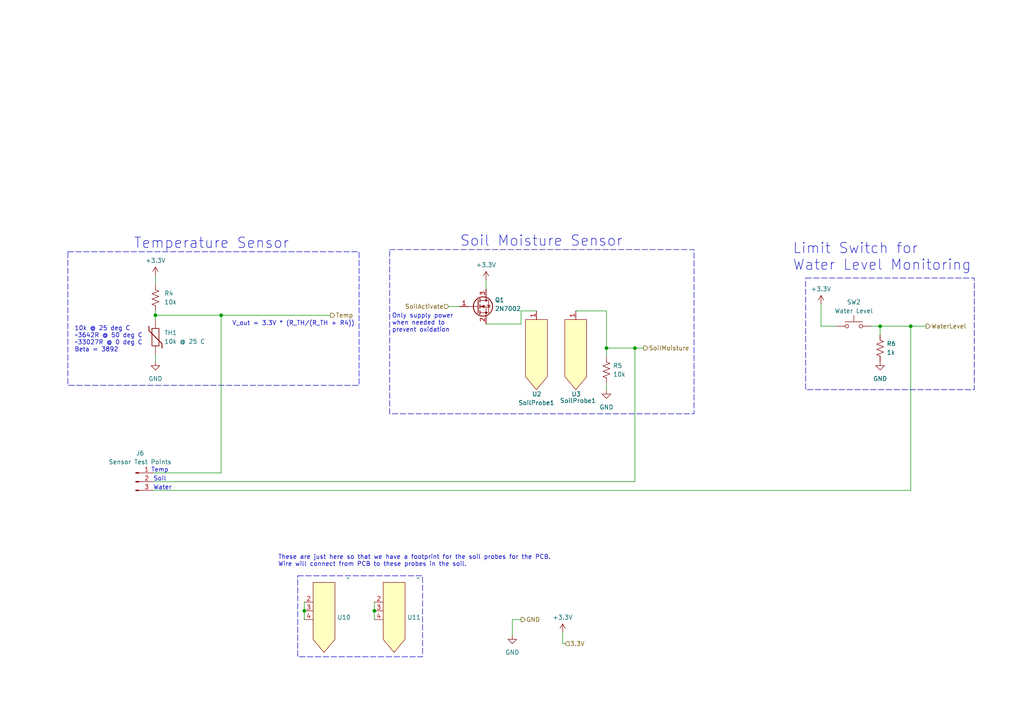
<source format=kicad_sch>
(kicad_sch (version 20230121) (generator eeschema)
  (paper "A4")
  (title_block (title "Smart Pot") (date "2023-10-29") (rev "0.1") (company "blame- satomm@stanford.edu") (comment 1 "Stanford, CA 94305-9505") (comment 2 "350 Jane Stanford Way") (comment 3 "Electrical Engineering Department") (comment 4 "EE 256 / Stanford University"))
  (lib_symbols
    (symbol "Connector:Conn_01x03_Pin" (pin_names (offset 1.016) hide)
      (property "Reference" "J" (at 0 5.08 0))
      (property "Value" "Conn_01x03_Pin" (at 0 -5.08 0))
      (symbol "Conn_01x03_Pin_1_1"
        (polyline (pts (xy 1.27 -2.54) (xy 0.8636 -2.54)) (stroke (width 0.1524)))
        (polyline (pts (xy 1.27 0) (xy 0.8636 0)) (stroke (width 0.1524)))
        (polyline (pts (xy 1.27 2.54) (xy 0.8636 2.54)) (stroke (width 0.1524)))
        (rectangle (start 0.8636 -2.413) (end 0 -2.667) (stroke (width 0.1524)) (fill (type outline)))
        (rectangle (start 0.8636 0.127) (end 0 -0.127) (stroke (width 0.1524)) (fill (type outline)))
        (rectangle (start 0.8636 2.667) (end 0 2.413) (stroke (width 0.1524)) (fill (type outline)))
        (pin passive line (at 5.08 2.54 180) (length 3.81) (name "Pin_1") (number "1"))
        (pin passive line (at 5.08 0 180) (length 3.81) (name "Pin_2") (number "2"))
        (pin passive line (at 5.08 -2.54 180) (length 3.81) (name "Pin_3") (number "3"))
      )
    )
    (symbol "Device:R_US" (pin_numbers hide) (pin_names (offset 0))
      (property "Reference" "R" (at 2.54 0 90))
      (property "Value" "R_US" (at -2.54 0 90))
      (symbol "R_US_0_1"
        (polyline (pts (xy 0 -2.286) (xy 0 -2.54)))
        (polyline (pts (xy 0 2.286) (xy 0 2.54)))
        (polyline (pts (xy 0 -0.762) (xy 1.016 -1.143) (xy 0 -1.524) (xy -1.016 -1.905) (xy 0 -2.286)))
        (polyline (pts (xy 0 0.762) (xy 1.016 0.381) (xy 0 0) (xy -1.016 -0.381) (xy 0 -0.762)))
        (polyline (pts (xy 0 2.286) (xy 1.016 1.905) (xy 0 1.524) (xy -1.016 1.143) (xy 0 0.762)))
      )
      (symbol "R_US_1_1"
        (pin passive line (at 0 3.81 270) (length 1.27) (name "~") (number "1"))
        (pin passive line (at 0 -3.81 90) (length 1.27) (name "~") (number "2"))
      )
    )
    (symbol "Device:Thermistor" (pin_numbers hide) (pin_names (offset 0))
      (property "Reference" "TH" (at 2.54 1.27 90))
      (property "Value" "Thermistor" (at -2.54 0 90))
      (symbol "Thermistor_0_1"
        (rectangle (start -1.016 2.54) (end 1.016 -2.54) (stroke (width 0.2032)))
        (polyline (pts (xy -1.905 3.175) (xy -1.905 1.905) (xy 1.905 -1.905) (xy 1.905 -3.175) (xy 1.905 -3.175)) (stroke (width 0.254)))
      )
      (symbol "Thermistor_1_1"
        (pin passive line (at 0 5.08 270) (length 2.54) (name "~") (number "1"))
        (pin passive line (at 0 -5.08 90) (length 2.54) (name "~") (number "2"))
      )
    )
    (symbol "Matts_Library:Soil_Moisture"
      (property "Reference" "U" (at -6.985 -22.86 0))
      (symbol "Soil_Moisture_1_1"
        (polyline (pts (xy -10.16 -1.27) (xy -3.81 -1.27) (xy -3.81 -17.78) (xy -6.985 -21.59) (xy -10.16 -17.78) (xy -10.16 -1.27)) (fill (type background)))
        (pin passive line (at -6.985 1.27 270) (length 2.54) (name "") (number "1"))
      )
    )
    (symbol "Matts_Library:Soil_Moisture2"
      (property "Reference" "U" (at -6.985 -22.86 0))
      (symbol "Soil_Moisture2_1_1"
        (polyline (pts (xy -10.16 -1.27) (xy -3.81 -1.27) (xy -3.81 -17.78) (xy -6.985 -21.59) (xy -10.16 -17.78) (xy -10.16 -1.27)) (fill (type background)))
        (pin passive line (at -12.7 -6.985 0) (length 2.54) (name "") (number "2"))
        (pin passive line (at -12.7 -9.525 0) (length 2.54) (name "") (number "3"))
        (pin passive line (at -12.7 -12.065 0) (length 2.54) (name "") (number "4"))
      )
    )
    (symbol "Switch:SW_Push" (pin_numbers hide) (pin_names (offset 1.016) hide)
      (property "Reference" "SW" (at 1.27 2.54 0))
      (property "Value" "SW_Push" (at 0 -1.524 0))
      (symbol "SW_Push_0_1"
        (circle (center -2.032 0) (radius 0.508))
        (polyline (pts (xy 0 1.27) (xy 0 3.048)))
        (polyline (pts (xy 2.54 1.27) (xy -2.54 1.27)))
        (circle (center 2.032 0) (radius 0.508))
        (pin passive line (at -5.08 0 0) (length 2.54) (name "1") (number "1"))
        (pin passive line (at 5.08 0 180) (length 2.54) (name "2") (number "2"))
      )
    )
    (symbol "Transistor_FET:2N7002" (pin_names hide)
      (property "Reference" "Q" (at 5.08 1.905 0))
      (property "Value" "2N7002" (at 5.08 0 0))
      (symbol "2N7002_0_1"
        (polyline (pts (xy 0.254 0) (xy -2.54 0)))
        (polyline (pts (xy 0.254 1.905) (xy 0.254 -1.905)) (stroke (width 0.254)))
        (polyline (pts (xy 0.762 -1.27) (xy 0.762 -2.286)) (stroke (width 0.254)))
        (polyline (pts (xy 0.762 0.508) (xy 0.762 -0.508)) (stroke (width 0.254)))
        (polyline (pts (xy 0.762 2.286) (xy 0.762 1.27)) (stroke (width 0.254)))
        (polyline (pts (xy 2.54 2.54) (xy 2.54 1.778)))
        (polyline (pts (xy 2.54 -2.54) (xy 2.54 0) (xy 0.762 0)))
        (polyline (pts (xy 0.762 -1.778) (xy 3.302 -1.778) (xy 3.302 1.778) (xy 0.762 1.778)))
        (polyline (pts (xy 1.016 0) (xy 2.032 0.381) (xy 2.032 -0.381) (xy 1.016 0)) (fill (type outline)))
        (polyline (pts (xy 2.794 0.508) (xy 2.921 0.381) (xy 3.683 0.381) (xy 3.81 0.254)))
        (polyline (pts (xy 3.302 0.381) (xy 2.921 -0.254) (xy 3.683 -0.254) (xy 3.302 0.381)))
        (circle (center 1.651 0) (radius 2.794) (stroke (width 0.254)))
        (circle (center 2.54 -1.778) (radius 0.254) (fill (type outline)))
        (circle (center 2.54 1.778) (radius 0.254) (fill (type outline)))
      )
      (symbol "2N7002_1_1"
        (pin input line (at -5.08 0 0) (length 2.54) (name "G") (number "1"))
        (pin passive line (at 2.54 -5.08 90) (length 2.54) (name "S") (number "2"))
        (pin passive line (at 2.54 5.08 270) (length 2.54) (name "D") (number "3"))
      )
    )
    (symbol "power:+3.3V" (power) (pin_names (offset 0))
      (property "Value" "+3.3V" (at 0 3.556 0))
      (symbol "+3.3V_0_1"
        (polyline (pts (xy -0.762 1.27) (xy 0 2.54)))
        (polyline (pts (xy 0 0) (xy 0 2.54)))
        (polyline (pts (xy 0 2.54) (xy 0.762 1.27)))
      )
      (symbol "+3.3V_1_1"
        (pin power_in line (at 0 0 90) (length 0) hide (name "+3.3V") (number "1"))
      )
    )
    (symbol "power:GND" (power) (pin_names (offset 0))
      (property "Value" "GND" (at 0 -3.81 0))
      (symbol "GND_0_1"
        (polyline (pts (xy 0 0) (xy 0 -1.27) (xy 1.27 -1.27) (xy 0 -2.54) (xy -1.27 -1.27) (xy 0 -1.27)))
      )
      (symbol "GND_1_1"
        (pin power_in line (at 0 0 270) (length 0) hide (name "GND") (number "1"))
      )
    )
  )
  (junction (at 264.16 94.615))
  (junction (at 184.15 100.965))
  (junction (at 108.585 177.165))
  (junction (at 88.265 177.165))
  (junction (at 45.085 91.44))
  (junction (at 175.895 100.965))
  (junction (at 64.135 91.44))
  (junction (at 255.27 94.615))
  (wire (pts (xy 163.195 186.69) (xy 163.83 186.69)))
  (wire (pts (xy 148.59 179.705) (xy 148.59 184.15)))
  (wire (pts (xy 140.97 81.28) (xy 140.97 83.82)))
  (wire (pts (xy 45.085 91.44) (xy 45.085 92.71)))
  (wire (pts (xy 45.085 102.87) (xy 45.085 104.775)))
  (wire (pts (xy 175.895 90.17) (xy 175.895 100.965)))
  (wire (pts (xy 238.125 88.265) (xy 238.125 94.615)))
  (wire (pts (xy 167.005 90.17) (xy 175.895 90.17)))
  (wire (pts (xy 130.175 88.9) (xy 133.35 88.9)))
  (wire (pts (xy 88.265 177.165) (xy 88.265 179.705)))
  (wire (pts (xy 44.45 137.16) (xy 64.135 137.16)))
  (wire (pts (xy 45.085 91.44) (xy 64.135 91.44)))
  (wire (pts (xy 44.45 139.7) (xy 184.15 139.7)))
  (wire (pts (xy 175.895 100.965) (xy 175.895 103.505)))
  (wire (pts (xy 175.895 111.125) (xy 175.895 113.03)))
  (wire (pts (xy 64.135 137.16) (xy 64.135 91.44)))
  (wire (pts (xy 163.195 183.515) (xy 163.195 186.69)))
  (wire (pts (xy 108.585 177.165) (xy 108.585 179.705)))
  (wire (pts (xy 264.16 142.24) (xy 264.16 94.615)))
  (wire (pts (xy 252.73 94.615) (xy 255.27 94.615)))
  (wire (pts (xy 108.585 174.625) (xy 108.585 177.165)))
  (wire (pts (xy 45.085 80.01) (xy 45.085 82.55)))
  (wire (pts (xy 44.45 142.24) (xy 264.16 142.24)))
  (wire (pts (xy 175.895 100.965) (xy 184.15 100.965)))
  (wire (pts (xy 264.16 94.615) (xy 268.605 94.615)))
  (wire (pts (xy 64.135 91.44) (xy 95.885 91.44)))
  (wire (pts (xy 151.13 90.17) (xy 151.13 93.98)))
  (wire (pts (xy 151.13 93.98) (xy 140.97 93.98)))
  (wire (pts (xy 155.575 90.17) (xy 151.13 90.17)))
  (wire (pts (xy 45.085 90.17) (xy 45.085 91.44)))
  (wire (pts (xy 88.265 174.625) (xy 88.265 177.165)))
  (wire (pts (xy 238.125 94.615) (xy 242.57 94.615)))
  (wire (pts (xy 184.15 139.7) (xy 184.15 100.965)))
  (wire (pts (xy 255.27 94.615) (xy 264.16 94.615)))
  (wire (pts (xy 151.13 179.705) (xy 148.59 179.705)))
  (wire (pts (xy 184.15 100.965) (xy 186.69 100.965)))
  (wire (pts (xy 255.27 97.155) (xy 255.27 94.615)))
  (rectangle (start 86.36 167.005) (end 122.555 190.5) (stroke (width 0) (type dash)))
  (rectangle (start 233.68 80.645) (end 282.575 113.03) (stroke (width 0) (type dash)))
  (rectangle (start 113.03 72.39) (end 201.295 120.015) (stroke (width 0) (type dash)))
  (rectangle (start 19.685 73.025) (end 104.14 111.76) (stroke (width 0) (type dash)))
  (text "10k @ 25 deg C\n~3642R @ 50 deg C\n~33027R @ 0 deg C\nBeta = 3892" (at 21.59 102.235 0) (effects (font (size 1.27 1.27)) (justify left bottom)))
  (text "These are just here so that we have a footprint for the soil probes for the PCB.\nWire will connect from PCB to these probes in the soil." (at 80.645 164.465 0) (effects (font (size 1.27 1.27)) (justify left bottom)))
  (text "Temp" (at 43.815 137.16 0) (effects (font (size 1.27 1.27)) (justify left bottom)))
  (text "Only supply power \nwhen needed to \nprevent oxidation" (at 113.665 96.52 0) (effects (font (size 1.27 1.27)) (justify left bottom)))
  (text "Soil" (at 44.45 139.7 0) (effects (font (size 1.27 1.27)) (justify left bottom)))
  (text "Soil Moisture Sensor" (at 133.35 71.755 0) (effects (font (size 3 3)) (justify left bottom)))
  (text "Limit Switch for \nWater Level Monitoring" (at 229.87 78.74 0) (effects (font (size 3 3)) (justify left bottom)))
  (text "V_out = 3.3V * (R_TH/(R_TH + R4))" (at 67.31 94.615 0) (effects (font (size 1.27 1.27)) (justify left bottom)))
  (text "Temperature Sensor" (at 38.735 72.39 0) (effects (font (size 3 3)) (justify left bottom)))
  (text "Water" (at 44.45 142.24 0) (effects (font (size 1.27 1.27)) (justify left bottom)))
  (hierarchical_label "3.3V" (shape input) (at 163.83 186.69 0))
  (hierarchical_label "SoilActivate" (shape input) (at 130.175 88.9 180))
  (hierarchical_label "SoilMoisture" (shape output) (at 186.69 100.965 0))
  (hierarchical_label "Temp" (shape output) (at 95.885 91.44 0))
  (hierarchical_label "WaterLevel" (shape output) (at 268.605 94.615 0))
  (hierarchical_label "GND" (shape output) (at 151.13 179.705 0))
  (symbol (lib_id "power:+3.3V") (at 238.125 88.265 0) (unit 1)
    (property "Reference" "#PWR041" (effects hide))
    (property "Value" "+3.3V" (at 238.125 83.82 0))
  )
  (symbol (lib_id "Device:R_US") (at 175.895 107.315 0) (unit 1)
    (property "Reference" "R5" (at 177.8 106.045 0) (effects (justify left)))
    (property "Value" "10k" (at 177.8 108.585 0) (effects (justify left)))
    (property "Footprint" "Resistor_SMD:R_0805_2012Metric_Pad1.20x1.40mm_HandSolder" (effects hide))
    (property "Datasheet" "https://www.seielect.com/catalog/sei-rmcf_rmcp.pdf" (effects hide))
    (property "Description" "RES 10K OHM 1% 1/8W 0805" (effects hide))
    (property "Mfr" "Stackpole Electronics Inc" (effects hide))
    (property "Mfr P/N" "RMCF0805FT10K0" (effects hide))
    (property "Supplier 1" "Digikey" (effects hide))
    (property "Supplier 1 P/N" "RMCF0805FT10K0CT-ND" (effects hide))
    (property "Supplier 2" "Digikey" (effects hide))
    (property "Supplier 2 P/N" "2019-RK73H2ATTD1002FCT-ND" (effects hide))
  )
  (symbol (lib_id "Device:Thermistor") (at 45.085 97.79 0) (unit 1)
    (property "Reference" "TH1" (at 47.625 96.52 0) (effects (justify left)))
    (property "Value" "10k @ 25 C" (at 47.625 99.06 0) (effects (justify left)))
    (property "Footprint" "MattsLibrary:SM_USS-M" (effects hide))
    (property "Datasheet" "https://www.littelfuse.com/~/media/electronics/datasheets/surface_mount_thermistors/littelfuse_surface_mount_thermistors_melf_style_thermistors_ll_34_minimelf_sm_datasheet.pdf.pdf" (effects hide))
    (property "Description" "THERMISTOR NTC 10KOHM 3892K MELF" (effects hide))
    (property "Mfr" "Littelfuse Inc." (effects hide))
    (property "Mfr P/N" "SM103J1K-TR" (effects hide))
    (property "Supplier 1" "DigiKey" (effects hide))
    (property "Supplier 1 P/N" "F11794CT-ND" (effects hide))
  )
  (symbol (lib_id "power:+3.3V") (at 140.97 81.28 0) (unit 1)
    (property "Reference" "#PWR037" (effects hide))
    (property "Value" "+3.3V" (at 140.97 76.835 0))
  )
  (symbol (lib_id "Matts_Library:Soil_Moisture") (at 173.99 91.44 0) (unit 1)
    (property "Reference" "U3" (at 165.735 114.3 0) (effects (justify left)))
    (property "Value" "SoilProbe1" (at 167.64 116.205 0))
    (property "Footprint" "Connector_PinHeader_2.54mm:PinHeader_1x01_P2.54mm_Vertical" (effects hide))
    (property "Note" "Will use leftover header pin from other parts here." (effects hide))
  )
  (symbol (lib_id "power:+3.3V") (at 45.085 80.01 0) (unit 1)
    (property "Reference" "#PWR035" (effects hide))
    (property "Value" "+3.3V" (at 45.085 75.565 0))
  )
  (symbol (lib_id "power:GND") (at 148.59 184.15 0) (unit 1)
    (property "Reference" "#PWR038" (effects hide))
    (property "Value" "GND" (at 148.59 189.23 0))
  )
  (symbol (lib_id "power:GND") (at 175.895 113.03 0) (unit 1)
    (property "Reference" "#PWR040" (effects hide))
    (property "Value" "GND" (at 175.895 118.11 0))
  )
  (symbol (lib_id "Device:R_US") (at 45.085 86.36 0) (unit 1)
    (property "Reference" "R4" (at 47.625 85.09 0) (effects (justify left)))
    (property "Value" "10k" (at 47.625 87.63 0) (effects (justify left)))
    (property "Footprint" "Resistor_SMD:R_0805_2012Metric_Pad1.20x1.40mm_HandSolder" (effects hide))
    (property "Datasheet" "https://www.seielect.com/catalog/sei-rmcf_rmcp.pdf" (effects hide))
    (property "Description" "RES 10K OHM 1% 1/8W 0805" (effects hide))
    (property "Mfr" "Stackpole Electronics Inc" (effects hide))
    (property "Mfr P/N" "RMCF0805FT10K0" (effects hide))
    (property "Supplier 1" "Digikey" (effects hide))
    (property "Supplier 1 P/N" "RMCF0805FT10K0CT-ND" (effects hide))
    (property "Supplier 2" "Digikey" (effects hide))
    (property "Supplier 2 P/N" "2019-RK73H2ATTD1002FCT-ND" (effects hide))
  )
  (symbol (lib_id "Matts_Library:Soil_Moisture2") (at 100.965 167.64 0) (unit 1)
    (property "Reference" "U10" (at 97.79 179.07 0) (effects (justify left)))
    (property "Value" "~" (at 100.965 167.64 0))
    (property "Footprint" "MattsLibrary:SoilMoistureProbe" (effects hide))
  )
  (symbol (lib_id "Connector:Conn_01x03_Pin") (at 39.37 139.7 0) (unit 1)
    (property "Reference" "J6" (at 40.64 131.445 0))
    (property "Value" "Sensor Test Points" (at 40.64 133.985 0))
    (property "Footprint" "Connector_PinHeader_2.54mm:PinHeader_1x03_P2.54mm_Vertical" (effects hide))
    (property "Datasheet" "https://cdn.amphenol-cs.com/media/wysiwyg/files/drawing/10129378.pdf" (effects hide))
    (property "Description" "CONN HEADER VERT 10POS 2.54MM" (effects hide))
    (property "Mfr" "Amphenol ICC (FCI)" (effects hide))
    (property "Mfr P/N" "10129378-910001BLF" (effects hide))
    (property "Supplier 1" "DigiKey" (effects hide))
    (property "Supplier 1 P/N" "10129378-910001BLF-ND" (effects hide))
  )
  (symbol (lib_id "Matts_Library:Soil_Moisture") (at 162.56 91.44 0) (unit 1)
    (property "Reference" "U2" (at 154.305 114.3 0) (effects (justify left)))
    (property "Value" "SoilProbe1" (at 155.575 116.84 0))
    (property "Footprint" "Connector_PinHeader_2.54mm:PinHeader_1x01_P2.54mm_Vertical" (effects hide))
    (property "Note" "Will use leftover header pin from other parts here." (effects hide))
  )
  (symbol (lib_id "Transistor_FET:2N7002") (at 138.43 88.9 0) (unit 1)
    (property "Reference" "Q1" (at 143.51 86.995 0) (effects (justify left)))
    (property "Value" "2N7002" (at 143.51 89.535 0) (effects (justify left)))
    (property "Footprint" "MattsLibrary:2N7002__SOT95P240X111-3N" (effects hide))
    (property "Datasheet" "https://diotec.com/tl_files/diotec/files/pdf/datasheets/2n7002.pdf" (effects hide))
    (property "Description" "MOSFET N-CH 60V 280MA SOT23-3" (effects hide))
    (property "Mfr" "Diotec Semiconductor" (effects hide))
    (property "Mfr P/N" "2N7002" (effects hide))
    (property "Supplier 1" "DigiKey" (effects hide))
    (property "Supplier 1 P/N" "4878-2N7002CT-ND" (effects hide))
  )
  (symbol (lib_id "Device:R_US") (at 255.27 100.965 0) (unit 1)
    (property "Reference" "R6" (at 257.175 99.695 0) (effects (justify left)))
    (property "Value" "1k" (at 257.175 102.235 0) (effects (justify left)))
    (property "Footprint" "Resistor_SMD:R_0805_2012Metric_Pad1.20x1.40mm_HandSolder" (effects hide))
    (property "Datasheet" "https://www.seielect.com/catalog/sei-rmcf_rmcp.pdf" (effects hide))
    (property "Description" "RES 1K OHM 1% 1/8W 0805" (effects hide))
    (property "Mfr" "Stackpole Electronics Inc" (effects hide))
    (property "Mfr P/N" "RMCF0805FT1K00" (effects hide))
    (property "Supplier 1" "DigiKey" (effects hide))
    (property "Supplier 1 P/N" "RMCF0805FT1K00CT-ND" (effects hide))
  )
  (symbol (lib_id "Matts_Library:Soil_Moisture2") (at 121.285 167.64 0) (unit 1)
    (property "Reference" "U11" (at 118.11 179.07 0) (effects (justify left)))
    (property "Value" "~" (at 121.285 167.64 0))
    (property "Footprint" "MattsLibrary:SoilMoistureProbe" (effects hide))
  )
  (symbol (lib_id "power:GND") (at 255.27 104.775 0) (unit 1)
    (property "Reference" "#PWR042" (effects hide))
    (property "Value" "GND" (at 255.27 109.855 0))
  )
  (symbol (lib_id "Switch:SW_Push") (at 247.65 94.615 0) (unit 1)
    (property "Reference" "SW2" (at 247.65 87.63 0))
    (property "Value" "Water Level" (at 247.65 90.17 0))
    (property "Footprint" "Connector_PinHeader_2.54mm:PinHeader_1x02_P2.54mm_Vertical" (effects hide))
    (property "Datasheet" "https://industrial.panasonic.com/cdbs/www-data/pdf/ATB0000/ATB0000C14.pdf" (effects hide))
    (property "Description" "SWITCH DETECTOR SPST-NO 10MA 5V" (effects hide))
    (property "Mfr" "Panasonic Electronic Components" (effects hide))
    (property "Mfr P/N" "ESE-11HS2" (effects hide))
    (property "Supplier 1" "DigiKey" (effects hide))
    (property "Supplier 1 P/N" "P10865S-ND" (effects hide))
    (property "Header Pin Supplier 2" "DigiKey" (effects hide))
    (property "Header Pin Supplier P/N" "2057-PH1-02-UA-ND" (effects hide))
  )
  (symbol (lib_id "power:GND") (at 45.085 104.775 0) (unit 1)
    (property "Reference" "#PWR036" (effects hide))
    (property "Value" "GND" (at 45.085 109.855 0))
  )
  (symbol (lib_id "power:+3.3V") (at 163.195 183.515 0) (unit 1)
    (property "Reference" "#PWR039" (effects hide))
    (property "Value" "+3.3V" (at 163.195 179.07 0))
  )
)
</source>
